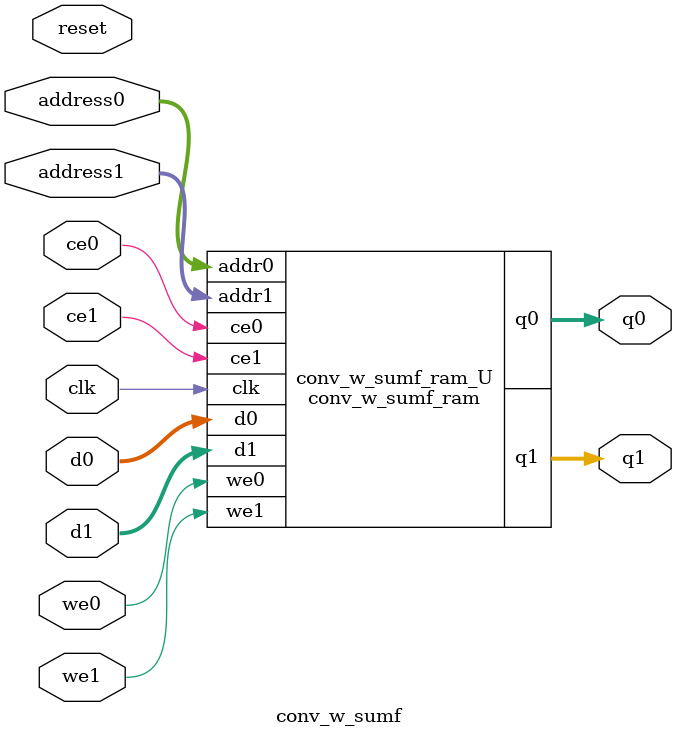
<source format=v>
`timescale 1 ns / 1 ps
module conv_w_sumf_ram (addr0, ce0, d0, we0, q0, addr1, ce1, d1, we1, q1,  clk);

parameter DWIDTH = 32;
parameter AWIDTH = 3;
parameter MEM_SIZE = 6;

input[AWIDTH-1:0] addr0;
input ce0;
input[DWIDTH-1:0] d0;
input we0;
output reg[DWIDTH-1:0] q0;
input[AWIDTH-1:0] addr1;
input ce1;
input[DWIDTH-1:0] d1;
input we1;
output reg[DWIDTH-1:0] q1;
input clk;

(* ram_style = "block" *)reg [DWIDTH-1:0] ram[0:MEM_SIZE-1];




always @(posedge clk)  
begin 
    if (ce0) 
    begin
        if (we0) 
        begin 
            ram[addr0] <= d0; 
        end 
        q0 <= ram[addr0];
    end
end


always @(posedge clk)  
begin 
    if (ce1) 
    begin
        if (we1) 
        begin 
            ram[addr1] <= d1; 
        end 
        q1 <= ram[addr1];
    end
end


endmodule

`timescale 1 ns / 1 ps
module conv_w_sumf(
    reset,
    clk,
    address0,
    ce0,
    we0,
    d0,
    q0,
    address1,
    ce1,
    we1,
    d1,
    q1);

parameter DataWidth = 32'd32;
parameter AddressRange = 32'd6;
parameter AddressWidth = 32'd3;
input reset;
input clk;
input[AddressWidth - 1:0] address0;
input ce0;
input we0;
input[DataWidth - 1:0] d0;
output[DataWidth - 1:0] q0;
input[AddressWidth - 1:0] address1;
input ce1;
input we1;
input[DataWidth - 1:0] d1;
output[DataWidth - 1:0] q1;



conv_w_sumf_ram conv_w_sumf_ram_U(
    .clk( clk ),
    .addr0( address0 ),
    .ce0( ce0 ),
    .we0( we0 ),
    .d0( d0 ),
    .q0( q0 ),
    .addr1( address1 ),
    .ce1( ce1 ),
    .we1( we1 ),
    .d1( d1 ),
    .q1( q1 ));

endmodule


</source>
